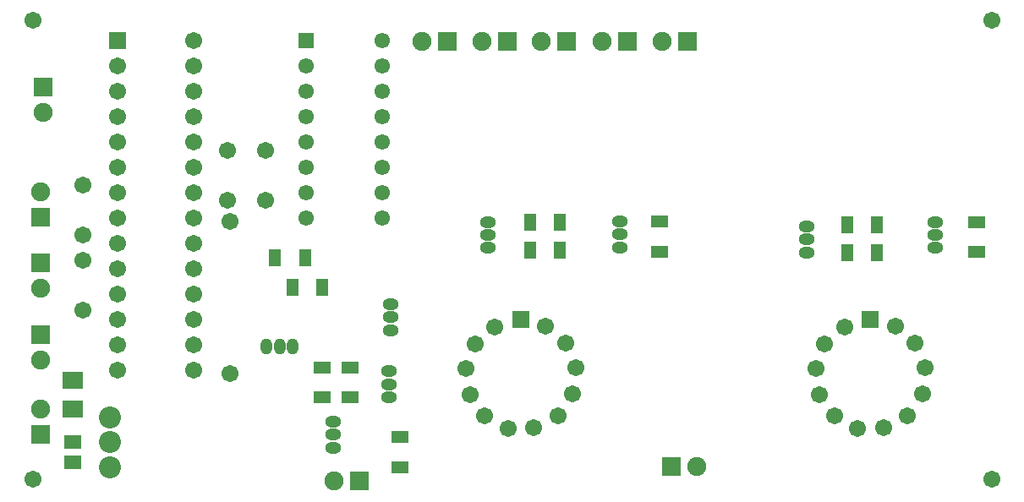
<source format=gts>
G04 Layer_Color=8388736*
%FSLAX25Y25*%
%MOIN*%
G70*
G01*
G75*
%ADD30R,0.07099X0.05524*%
%ADD31R,0.07887X0.07099*%
%ADD32R,0.07099X0.04737*%
%ADD33R,0.04737X0.07099*%
%ADD34C,0.06706*%
%ADD35R,0.06706X0.06706*%
%ADD36R,0.06706X0.06706*%
%ADD37O,0.06312X0.04737*%
%ADD38C,0.06115*%
%ADD39R,0.06115X0.06115*%
%ADD40C,0.08674*%
%ADD41O,0.04737X0.06312*%
%ADD42R,0.07493X0.07493*%
%ADD43C,0.07493*%
%ADD44R,0.07493X0.07493*%
D30*
X23622Y22638D02*
D03*
Y14764D02*
D03*
D31*
Y35827D02*
D03*
Y46850D02*
D03*
D32*
X380020Y97638D02*
D03*
Y109449D02*
D03*
X122047Y40354D02*
D03*
Y52165D02*
D03*
X132874D02*
D03*
Y40354D02*
D03*
X152559Y12795D02*
D03*
Y24606D02*
D03*
X254921Y97835D02*
D03*
Y109646D02*
D03*
D33*
X110236Y83661D02*
D03*
X122047D02*
D03*
X103347Y95472D02*
D03*
X115157D02*
D03*
X215551Y98425D02*
D03*
X203740D02*
D03*
Y109252D02*
D03*
X215551D02*
D03*
X340551Y97441D02*
D03*
X328740D02*
D03*
X328740Y108268D02*
D03*
X340551D02*
D03*
D34*
X319882Y61417D02*
D03*
X327756Y68110D02*
D03*
X316493Y51794D02*
D03*
X317913Y41339D02*
D03*
X323819Y33071D02*
D03*
X332874Y27953D02*
D03*
X343110Y28346D02*
D03*
X352559Y33071D02*
D03*
X358465Y41732D02*
D03*
X359646Y51968D02*
D03*
X355709Y61811D02*
D03*
X347835Y68504D02*
D03*
X182087Y61417D02*
D03*
X189961Y68110D02*
D03*
X178698Y51794D02*
D03*
X180118Y41339D02*
D03*
X186024Y33071D02*
D03*
X195079Y27953D02*
D03*
X205315Y28346D02*
D03*
X214764Y33071D02*
D03*
X220669Y41732D02*
D03*
X221850Y51968D02*
D03*
X217913Y61811D02*
D03*
X210039Y68504D02*
D03*
X71102Y51142D02*
D03*
Y61142D02*
D03*
Y71142D02*
D03*
Y81142D02*
D03*
Y91142D02*
D03*
Y101142D02*
D03*
Y111142D02*
D03*
Y121142D02*
D03*
Y131142D02*
D03*
Y141142D02*
D03*
Y151142D02*
D03*
Y161142D02*
D03*
Y171142D02*
D03*
Y181142D02*
D03*
X41102Y51142D02*
D03*
Y61142D02*
D03*
Y71142D02*
D03*
Y81142D02*
D03*
Y91142D02*
D03*
Y101142D02*
D03*
Y111142D02*
D03*
Y121142D02*
D03*
Y131142D02*
D03*
Y141142D02*
D03*
Y151142D02*
D03*
Y161142D02*
D03*
Y171142D02*
D03*
X84646Y137795D02*
D03*
Y118110D02*
D03*
X99409Y137795D02*
D03*
Y118110D02*
D03*
X385827Y7874D02*
D03*
X7874D02*
D03*
X85630Y49803D02*
D03*
Y109646D02*
D03*
X27559Y104331D02*
D03*
Y124016D02*
D03*
Y94488D02*
D03*
Y74803D02*
D03*
X7874Y188976D02*
D03*
X385827D02*
D03*
D35*
X337992Y70866D02*
D03*
X200197D02*
D03*
D36*
X41102Y181142D02*
D03*
D37*
X363583Y99213D02*
D03*
Y104331D02*
D03*
Y109449D02*
D03*
X312992Y97441D02*
D03*
Y102559D02*
D03*
Y107677D02*
D03*
X148957Y66732D02*
D03*
Y71850D02*
D03*
Y76968D02*
D03*
X126319Y20472D02*
D03*
Y25591D02*
D03*
Y30709D02*
D03*
X148366Y40354D02*
D03*
Y45472D02*
D03*
Y50591D02*
D03*
X187402Y99213D02*
D03*
Y104331D02*
D03*
Y109449D02*
D03*
X239173Y99410D02*
D03*
Y104528D02*
D03*
Y109646D02*
D03*
D38*
X145669Y180866D02*
D03*
Y170866D02*
D03*
Y160866D02*
D03*
Y150866D02*
D03*
Y140866D02*
D03*
Y130866D02*
D03*
Y120866D02*
D03*
Y110866D02*
D03*
X115669D02*
D03*
Y120866D02*
D03*
Y130866D02*
D03*
Y140866D02*
D03*
Y150866D02*
D03*
Y160866D02*
D03*
Y170866D02*
D03*
D39*
Y180866D02*
D03*
D40*
X38386Y12795D02*
D03*
Y22638D02*
D03*
Y32480D02*
D03*
D41*
X110236Y60236D02*
D03*
X105118D02*
D03*
X100000D02*
D03*
D42*
X10827Y111221D02*
D03*
Y93504D02*
D03*
Y25591D02*
D03*
Y65118D02*
D03*
X11811Y162559D02*
D03*
D43*
X10827Y121221D02*
D03*
Y83504D02*
D03*
Y35591D02*
D03*
Y55118D02*
D03*
X269567Y12992D02*
D03*
X11811Y152559D02*
D03*
X126496Y7480D02*
D03*
X161142Y180709D02*
D03*
X184764D02*
D03*
X208386D02*
D03*
X232402D02*
D03*
X256024D02*
D03*
D44*
X259567Y12992D02*
D03*
X136496Y7480D02*
D03*
X171142Y180709D02*
D03*
X194764D02*
D03*
X218386D02*
D03*
X242402D02*
D03*
X266024D02*
D03*
M02*

</source>
